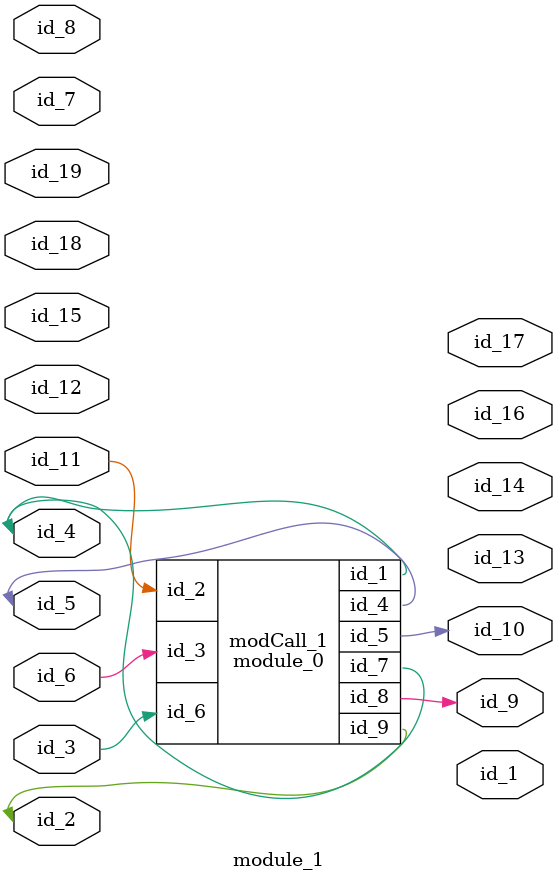
<source format=v>
module module_0 (
    id_1,
    id_2,
    id_3,
    id_4,
    id_5,
    id_6,
    id_7,
    id_8,
    id_9
);
  output wire id_9;
  output wire id_8;
  inout wire id_7;
  input wire id_6;
  output wire id_5;
  output wire id_4;
  input wire id_3;
  input wire id_2;
  output wire id_1;
  wire id_10;
  assign id_8 = -1;
endmodule
module module_1 (
    id_1,
    id_2,
    id_3,
    id_4,
    id_5,
    id_6,
    id_7,
    id_8,
    id_9,
    id_10,
    id_11,
    id_12,
    id_13,
    id_14,
    id_15,
    id_16,
    id_17,
    id_18,
    id_19
);
  input wire id_19;
  inout wire id_18;
  output wire id_17;
  output wire id_16;
  input wire id_15;
  output wire id_14;
  output wire id_13;
  input wire id_12;
  input wire id_11;
  output wire id_10;
  output wire id_9;
  input wire id_8;
  input wire id_7;
  inout wire id_6;
  inout wire id_5;
  inout wire id_4;
  input wire id_3;
  inout wire id_2;
  output wire id_1;
  module_0 modCall_1 (
      id_4,
      id_11,
      id_6,
      id_5,
      id_10,
      id_3,
      id_4,
      id_9,
      id_2
  );
  wire id_20;
endmodule

</source>
